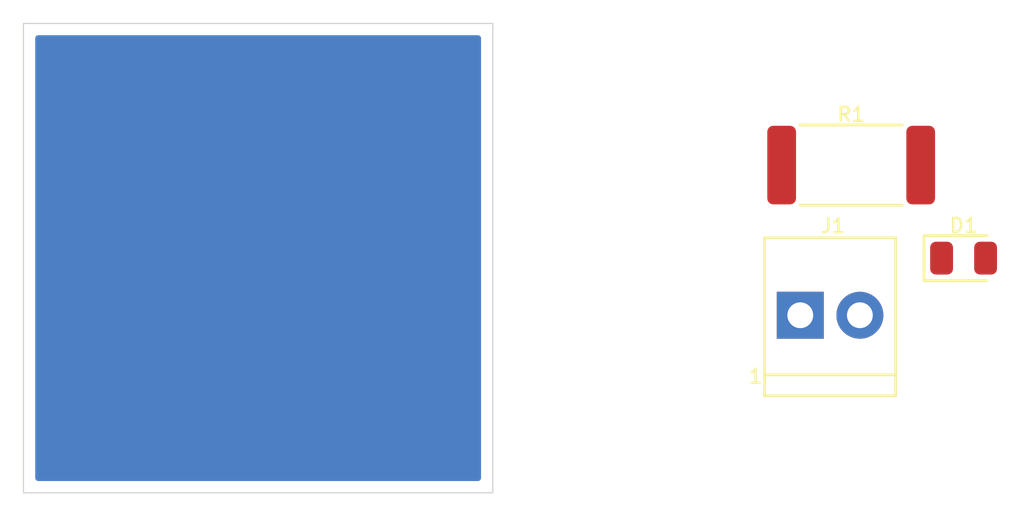
<source format=kicad_pcb>
(kicad_pcb (version 20240108) (generator "pcbnew") (generator_version "8.0")
  (layers (0 "F.Cu" signal) (31 "B.Cu" signal) (34 "B.Paste" user) (35 "F.Paste" user) (36 "B.SilkS" user "B.Silkscreen") (37 "F.SilkS" user "F.Silkscreen") (38 "B.Mask" user) (39 "F.Mask" user) (44 "Edge.Cuts" user))
  (net 0 "")
  (net 1 "GND")
  (net 2 "Net-(D1-A)")
  (net 3 "+3V3")
  (footprint "rsx_resistors:R_2512_6332Metric" (layer "F.Cu") (at 191.2725 60.035)
    (property "Reference" "R1" (at 0 -2.159 0) (layer "F.SilkS") (effects (font (size 0.6 0.6) (thickness 0.1))))
    (property "Value" "200R_2W")
    (fp_line (start -2.177064 -1.71) (end 2.177064 -1.71) (stroke (width 0.12)) (layer "F.SilkS"))
    (fp_line (start -2.177064 1.71) (end 2.177064 1.71) (stroke (width 0.12)) (layer "F.SilkS"))
    (pad "1" smd roundrect (at -2.9625 0) (size 1.225 3.35) (layers "F.Cu" "F.Paste" "F.Mask") (roundrect_rratio 0.204082) (net 3 "+3V3"))
    (pad "2" smd roundrect (at 2.9625 0) (size 1.225 3.35) (layers "F.Cu" "F.Paste" "F.Mask") (roundrect_rratio 0.204082) (net 2 "Net-(D1-A)"))
  )
  (footprint "rsx_leds:LED_0805_2012Metric" (layer "F.Cu") (at 196.0625 64)
    (property "Reference" "D1" (at 0 -1.397 0) (layer "F.SilkS") (effects (font (size 0.6 0.6) (thickness 0.1))))
    (property "Value" "LED_B")
    (fp_line (start -1.685 -0.96) (end -1.685 0.96) (stroke (width 0.12)) (layer "F.SilkS"))
    (fp_line (start -1.685 0.96) (end 1 0.96) (stroke (width 0.12)) (layer "F.SilkS"))
    (fp_line (start 1 -0.96) (end -1.685 -0.96) (stroke (width 0.12)) (layer "F.SilkS"))
    (pad "1" smd roundrect (at -0.9375 0) (size 0.975 1.4) (layers "F.Cu" "F.Paste" "F.Mask") (net 1 "GND"))
    (pad "2" smd roundrect (at 0.9375 0) (size 0.975 1.4) (layers "F.Cu" "F.Paste" "F.Mask") (net 2 "Net-(D1-A)"))
  )
  (footprint "rsx_headers_screw:Wurth_691210910002" (layer "F.Cu") (at 189.8655 66.434)
    (property "Reference" "J1" (at 0.635 -3.81 0) (layer "F.SilkS") (effects (font (size 0.6 0.6) (thickness 0.1))))
    (property "Value" "Screw_Terminal_2x2.54")
    (fp_line (start -2.286 -3.302) (end -2.286 3.429) (stroke (width 0.12)) (layer "F.SilkS"))
    (fp_line (start -2.286 3.429) (end 3.302 3.429) (stroke (width 0.12)) (layer "F.SilkS"))
    (fp_line (start 3.302 -3.302) (end -2.286 -3.302) (stroke (width 0.12)) (layer "F.SilkS"))
    (fp_line (start 3.302 2.54) (end -2.286 2.54) (stroke (width 0.12)) (layer "F.SilkS"))
    (fp_line (start 3.302 3.429) (end 3.302 -3.302) (stroke (width 0.12)) (layer "F.SilkS"))
    (fp_text user "1" (at -2.667 2.6 0) (layer "F.SilkS") (effects (font (size 0.6 0.6) (thickness 0.1) (bold yes))))
    (pad "1" thru_hole rect (at -0.762 0) (size 2 2) (drill 1.1) (layers "*.Cu" "*.Mask") (net 1 "GND"))
    (pad "2" thru_hole circle (at 1.778 0) (size 2 2) (drill 1.1) (layers "*.Cu" "*.Mask") (net 3 "+3V3"))
  )
  (gr_line (start 156 54) (end 176 54) (stroke (width 0.05)) (layer "Edge.Cuts"))
  (gr_line (start 176 54) (end 176 74) (stroke (width 0.05)) (layer "Edge.Cuts"))
  (gr_line (start 156 74) (end 156 54) (stroke (width 0.05)) (layer "Edge.Cuts"))
  (gr_line (start 176 74) (end 156 74) (stroke (width 0.05)) (layer "Edge.Cuts"))
  (zone (net 1) (net_name "GND") (layer "B.Cu") (priority 1) (connect_pads (clearance 0.5)) (min_thickness 0.25) (fill yes (thermal_gap 0.5) (thermal_bridge_width 0.5))
    (polygon (pts (xy 155 53) (xy 177 53) (xy 177 75) (xy 155 75)))
  )
)
</source>
